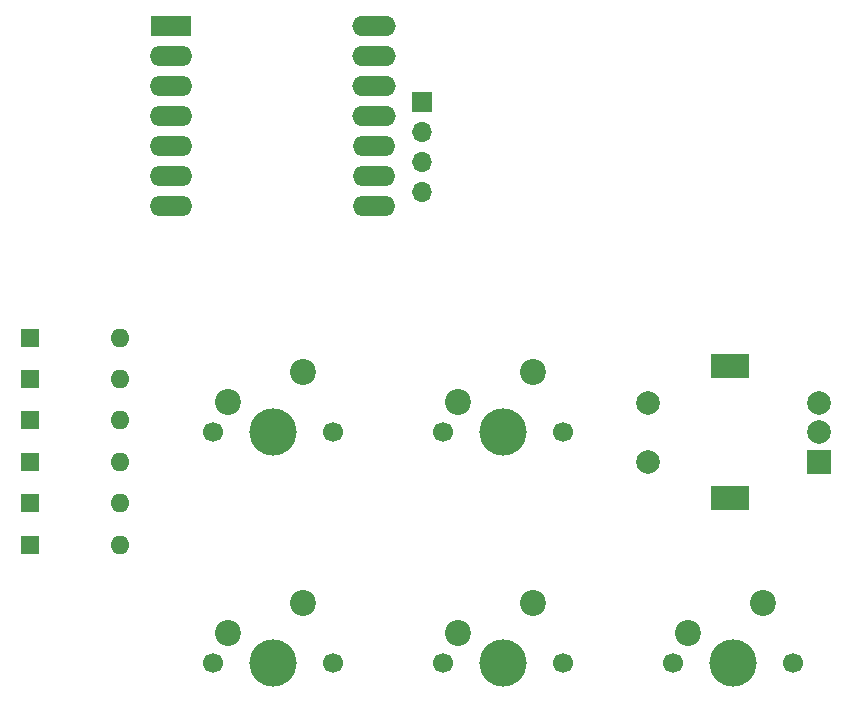
<source format=gbr>
%TF.GenerationSoftware,KiCad,Pcbnew,8.0.5*%
%TF.CreationDate,2024-10-20T15:53:25-05:00*%
%TF.ProjectId,hackpad,6861636b-7061-4642-9e6b-696361645f70,rev?*%
%TF.SameCoordinates,Original*%
%TF.FileFunction,Soldermask,Top*%
%TF.FilePolarity,Negative*%
%FSLAX46Y46*%
G04 Gerber Fmt 4.6, Leading zero omitted, Abs format (unit mm)*
G04 Created by KiCad (PCBNEW 8.0.5) date 2024-10-20 15:53:25*
%MOMM*%
%LPD*%
G01*
G04 APERTURE LIST*
%ADD10R,1.600000X1.600000*%
%ADD11O,1.600000X1.600000*%
%ADD12R,3.500000X1.700000*%
%ADD13O,3.600000X1.700000*%
%ADD14O,3.700000X1.700000*%
%ADD15R,1.700000X1.700000*%
%ADD16O,1.700000X1.700000*%
%ADD17R,2.000000X2.000000*%
%ADD18C,2.000000*%
%ADD19R,3.200000X2.000000*%
%ADD20C,1.700000*%
%ADD21C,4.000000*%
%ADD22C,2.200000*%
G04 APERTURE END LIST*
D10*
%TO.C,D2*%
X77440000Y-47000000D03*
D11*
X85060000Y-47000000D03*
%TD*%
D12*
%TO.C,U1*%
X89375000Y-20630000D03*
D13*
X89375000Y-23170000D03*
X89375000Y-25710000D03*
X89375000Y-28250000D03*
X89375000Y-30790000D03*
X89375000Y-33330000D03*
X89375000Y-35870000D03*
X106625000Y-35870000D03*
X106625000Y-33330000D03*
X106625000Y-30790000D03*
D14*
X106625000Y-28250000D03*
X106625000Y-25710000D03*
X106625000Y-23170000D03*
X106625000Y-20630000D03*
%TD*%
D15*
%TO.C,J1*%
X110625000Y-27000000D03*
D16*
X110625000Y-29540000D03*
X110625000Y-32080000D03*
X110625000Y-34620000D03*
%TD*%
D10*
%TO.C,D5*%
X77440000Y-57500000D03*
D11*
X85060000Y-57500000D03*
%TD*%
D10*
%TO.C,D1*%
X77440000Y-50500000D03*
D11*
X85060000Y-50500000D03*
%TD*%
D17*
%TO.C,SW1*%
X144250000Y-57500000D03*
D18*
X144250000Y-52500000D03*
X144250000Y-55000000D03*
D19*
X136750000Y-60600000D03*
X136750000Y-49400000D03*
D18*
X129750000Y-52500000D03*
X129750000Y-57500000D03*
%TD*%
D10*
%TO.C,D3*%
X77440000Y-64500000D03*
D11*
X85060000Y-64500000D03*
%TD*%
D20*
%TO.C,SW2*%
X92920000Y-55000000D03*
D21*
X98000000Y-55000000D03*
D20*
X103080000Y-55000000D03*
D22*
X100540000Y-49920000D03*
X94190000Y-52460000D03*
%TD*%
D10*
%TO.C,D4*%
X77440000Y-61000000D03*
D11*
X85060000Y-61000000D03*
%TD*%
D20*
%TO.C,SW5*%
X112420000Y-74500000D03*
D21*
X117500000Y-74500000D03*
D20*
X122580000Y-74500000D03*
D22*
X120040000Y-69420000D03*
X113690000Y-71960000D03*
%TD*%
D10*
%TO.C,D6*%
X77440000Y-54000000D03*
D11*
X85060000Y-54000000D03*
%TD*%
D20*
%TO.C,SW4*%
X92920000Y-74500000D03*
D21*
X98000000Y-74500000D03*
D20*
X103080000Y-74500000D03*
D22*
X100540000Y-69420000D03*
X94190000Y-71960000D03*
%TD*%
D20*
%TO.C,SW3*%
X112420000Y-55000000D03*
D21*
X117500000Y-55000000D03*
D20*
X122580000Y-55000000D03*
D22*
X120040000Y-49920000D03*
X113690000Y-52460000D03*
%TD*%
D20*
%TO.C,SW6*%
X131920000Y-74500000D03*
D21*
X137000000Y-74500000D03*
D20*
X142080000Y-74500000D03*
D22*
X139540000Y-69420000D03*
X133190000Y-71960000D03*
%TD*%
M02*

</source>
